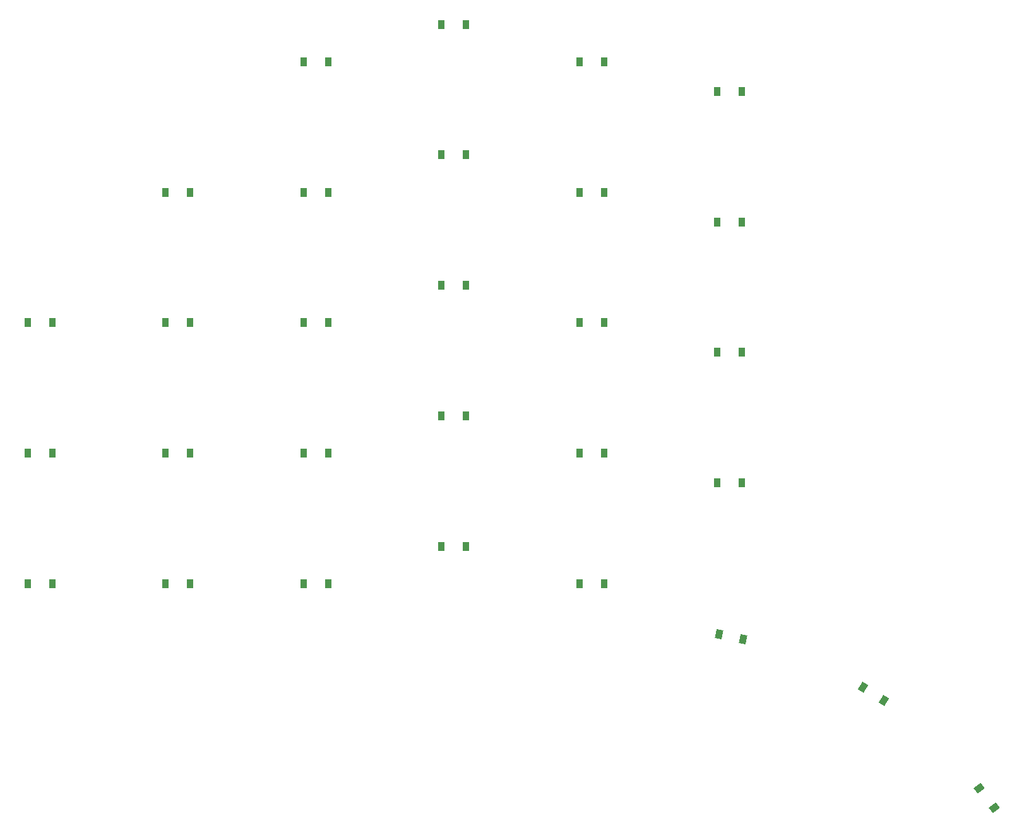
<source format=gbr>
%TF.GenerationSoftware,KiCad,Pcbnew,7.0.1*%
%TF.CreationDate,2023-03-12T20:23:32+01:00*%
%TF.ProjectId,grapto-v3w-left,67726170-746f-42d7-9633-772d6c656674,v1.0.0*%
%TF.SameCoordinates,Original*%
%TF.FileFunction,Paste,Top*%
%TF.FilePolarity,Positive*%
%FSLAX46Y46*%
G04 Gerber Fmt 4.6, Leading zero omitted, Abs format (unit mm)*
G04 Created by KiCad (PCBNEW 7.0.1) date 2023-03-12 20:23:32*
%MOMM*%
%LPD*%
G01*
G04 APERTURE LIST*
G04 Aperture macros list*
%AMRotRect*
0 Rectangle, with rotation*
0 The origin of the aperture is its center*
0 $1 length*
0 $2 width*
0 $3 Rotation angle, in degrees counterclockwise*
0 Add horizontal line*
21,1,$1,$2,0,0,$3*%
G04 Aperture macros list end*
%ADD10R,0.900000X1.200000*%
%ADD11RotRect,0.900000X1.200000X348.500000*%
%ADD12RotRect,0.900000X1.200000X327.780000*%
%ADD13RotRect,0.900000X1.200000X307.060000*%
G04 APERTURE END LIST*
D10*
%TO.C,D88*%
X238350000Y-184500000D03*
X241650000Y-184500000D03*
%TD*%
%TO.C,D89*%
X238350000Y-167000000D03*
X241650000Y-167000000D03*
%TD*%
%TO.C,D90*%
X238350000Y-149500000D03*
X241650000Y-149500000D03*
%TD*%
%TO.C,D91*%
X256850000Y-184500000D03*
X260150000Y-184500000D03*
%TD*%
%TO.C,D92*%
X256850000Y-167000000D03*
X260150000Y-167000000D03*
%TD*%
%TO.C,D93*%
X256850000Y-149500000D03*
X260150000Y-149500000D03*
%TD*%
%TO.C,D94*%
X256850000Y-132000000D03*
X260150000Y-132000000D03*
%TD*%
%TO.C,D95*%
X275350000Y-184500000D03*
X278650000Y-184500000D03*
%TD*%
%TO.C,D96*%
X275350000Y-167000000D03*
X278650000Y-167000000D03*
%TD*%
%TO.C,D97*%
X275350000Y-149500000D03*
X278650000Y-149500000D03*
%TD*%
%TO.C,D98*%
X275350000Y-132000000D03*
X278650000Y-132000000D03*
%TD*%
%TO.C,D99*%
X275350000Y-114500000D03*
X278650000Y-114500000D03*
%TD*%
%TO.C,D100*%
X293850000Y-179500000D03*
X297150000Y-179500000D03*
%TD*%
%TO.C,D101*%
X293850000Y-162000000D03*
X297150000Y-162000000D03*
%TD*%
%TO.C,D102*%
X293850000Y-144500000D03*
X297150000Y-144500000D03*
%TD*%
%TO.C,D103*%
X293850000Y-127000000D03*
X297150000Y-127000000D03*
%TD*%
%TO.C,D104*%
X293850000Y-109500000D03*
X297150000Y-109500000D03*
%TD*%
%TO.C,D105*%
X312350000Y-184500000D03*
X315650000Y-184500000D03*
%TD*%
%TO.C,D106*%
X312350000Y-167000000D03*
X315650000Y-167000000D03*
%TD*%
%TO.C,D107*%
X312350000Y-149500000D03*
X315650000Y-149500000D03*
%TD*%
%TO.C,D108*%
X312350000Y-132000000D03*
X315650000Y-132000000D03*
%TD*%
%TO.C,D109*%
X312350000Y-114500000D03*
X315650000Y-114500000D03*
%TD*%
%TO.C,D110*%
X330850000Y-171000000D03*
X334150000Y-171000000D03*
%TD*%
%TO.C,D111*%
X330850000Y-153500000D03*
X334150000Y-153500000D03*
%TD*%
%TO.C,D112*%
X330850000Y-136000000D03*
X334150000Y-136000000D03*
%TD*%
%TO.C,D113*%
X330850000Y-118500000D03*
X334150000Y-118500000D03*
%TD*%
D11*
%TO.C,D114*%
X331056907Y-191301358D03*
X334290659Y-191959272D03*
%TD*%
D12*
%TO.C,D115*%
X350404822Y-198424060D03*
X353196646Y-200183526D03*
%TD*%
D13*
%TO.C,D116*%
X365981304Y-211931388D03*
X367970052Y-214564804D03*
%TD*%
M02*

</source>
